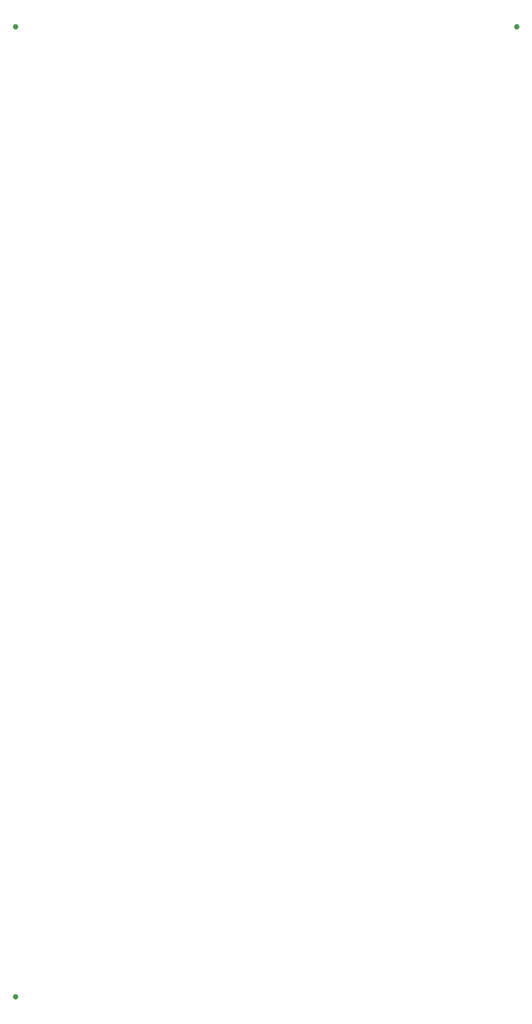
<source format=gbp>
G04 #@! TF.GenerationSoftware,KiCad,Pcbnew,7.0.2-6a45011f42~172~ubuntu22.04.1*
G04 #@! TF.CreationDate,2023-07-04T08:02:55+08:00*
G04 #@! TF.ProjectId,panel_50_1,70616e65-6c5f-4353-905f-312e6b696361,rev?*
G04 #@! TF.SameCoordinates,Original*
G04 #@! TF.FileFunction,Paste,Bot*
G04 #@! TF.FilePolarity,Positive*
%FSLAX46Y46*%
G04 Gerber Fmt 4.6, Leading zero omitted, Abs format (unit mm)*
G04 Created by KiCad (PCBNEW 7.0.2-6a45011f42~172~ubuntu22.04.1) date 2023-07-04 08:02:55*
%MOMM*%
%LPD*%
G01*
G04 APERTURE LIST*
%ADD10C,1.152000*%
G04 APERTURE END LIST*
D10*
G04 #@! TO.C,REF\u002A\u002A*
X2500000Y-207900000D03*
G04 #@! TD*
G04 #@! TO.C,REF\u002A\u002A*
X2500000Y-2500000D03*
G04 #@! TD*
G04 #@! TO.C,REF\u002A\u002A*
X108690000Y-2500000D03*
G04 #@! TD*
M02*

</source>
